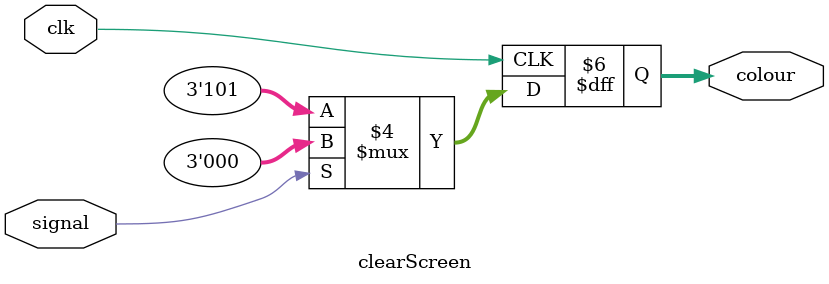
<source format=v>
module clearScreen(clk,signal,colour);

	input clk;
	input signal;
	output reg [2:0] colour;

	always @(posedge clk)
	begin
		if(signal == 1'b1)
			begin
				colour <= 3'b000;
			end
		else
			begin
				colour <= 3'b101;
			end
	end
endmodule

</source>
